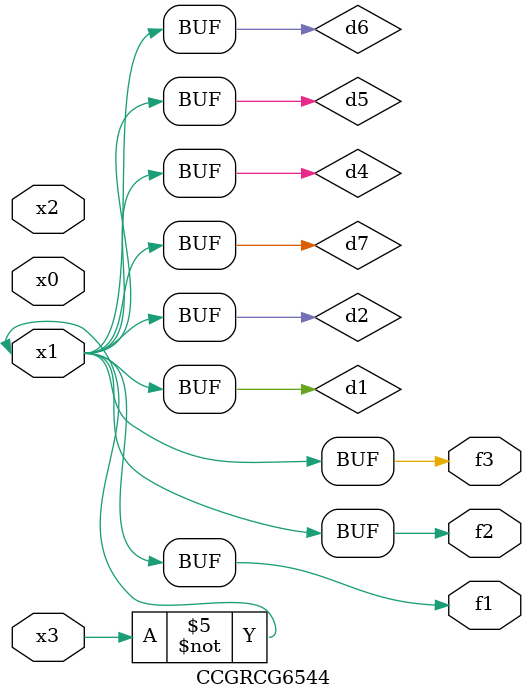
<source format=v>
module CCGRCG6544(
	input x0, x1, x2, x3,
	output f1, f2, f3
);

	wire d1, d2, d3, d4, d5, d6, d7;

	not (d1, x3);
	buf (d2, x1);
	xnor (d3, d1, d2);
	nor (d4, d1);
	buf (d5, d1, d2);
	buf (d6, d4, d5);
	nand (d7, d4);
	assign f1 = d6;
	assign f2 = d7;
	assign f3 = d6;
endmodule

</source>
